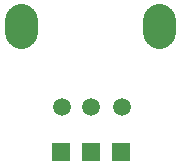
<source format=gbl>
G04 Layer: BottomLayer*
G04 EasyEDA v5.9.41, Sun, 10 Feb 2019 10:32:15 GMT*
G04 cdcd27f09c1f40c89954da788bb1a5b5*
G04 Gerber Generator version 0.2*
G04 Scale: 100 percent, Rotated: No, Reflected: No *
G04 Dimensions in millimeters *
G04 leading zeros omitted , absolute positions ,3 integer and 3 decimal *
%FSLAX33Y33*%
%MOMM*%
G90*
G71D02*

%ADD12R,1.499997X1.499997*%
%ADD13C,1.499997*%
%ADD14C,2.799994*%

%LPD*%
G54D12*
G01X10287Y1397D03*
G01X7747Y1397D03*
G01X5207Y1397D03*
G54D13*
G01X7739Y5190D03*
G01X5242Y5209D03*
G01X10331Y5209D03*
G54D14*
G01X13462Y12564D02*
G01X13462Y11565D01*
G01X1778Y12564D02*
G01X1778Y11565D01*
M00*
M02*

</source>
